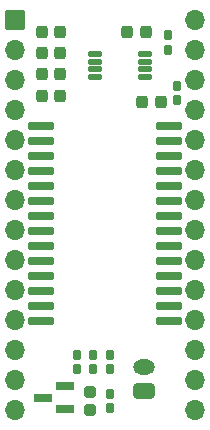
<source format=gbr>
%TF.GenerationSoftware,KiCad,Pcbnew,(6.0.8)*%
%TF.CreationDate,2022-10-29T15:55:06-04:00*%
%TF.ProjectId,HP3457A_NVSRAM_MOD,48503334-3537-4415-9f4e-565352414d5f,rev?*%
%TF.SameCoordinates,Original*%
%TF.FileFunction,Soldermask,Top*%
%TF.FilePolarity,Negative*%
%FSLAX46Y46*%
G04 Gerber Fmt 4.6, Leading zero omitted, Abs format (unit mm)*
G04 Created by KiCad (PCBNEW (6.0.8)) date 2022-10-29 15:55:06*
%MOMM*%
%LPD*%
G01*
G04 APERTURE LIST*
G04 Aperture macros list*
%AMRoundRect*
0 Rectangle with rounded corners*
0 $1 Rounding radius*
0 $2 $3 $4 $5 $6 $7 $8 $9 X,Y pos of 4 corners*
0 Add a 4 corners polygon primitive as box body*
4,1,4,$2,$3,$4,$5,$6,$7,$8,$9,$2,$3,0*
0 Add four circle primitives for the rounded corners*
1,1,$1+$1,$2,$3*
1,1,$1+$1,$4,$5*
1,1,$1+$1,$6,$7*
1,1,$1+$1,$8,$9*
0 Add four rect primitives between the rounded corners*
20,1,$1+$1,$2,$3,$4,$5,0*
20,1,$1+$1,$4,$5,$6,$7,0*
20,1,$1+$1,$6,$7,$8,$9,0*
20,1,$1+$1,$8,$9,$2,$3,0*%
G04 Aperture macros list end*
%ADD10RoundRect,0.200800X-0.887500X-0.150000X0.887500X-0.150000X0.887500X0.150000X-0.887500X0.150000X0*%
%ADD11RoundRect,0.050800X-0.550000X-0.200000X0.550000X-0.200000X0.550000X0.200000X-0.550000X0.200000X0*%
%ADD12RoundRect,0.210800X-0.160000X0.197500X-0.160000X-0.197500X0.160000X-0.197500X0.160000X0.197500X0*%
%ADD13RoundRect,0.210800X0.160000X-0.197500X0.160000X0.197500X-0.160000X0.197500X-0.160000X-0.197500X0*%
%ADD14RoundRect,0.300800X0.625000X-0.350000X0.625000X0.350000X-0.625000X0.350000X-0.625000X-0.350000X0*%
%ADD15O,1.851600X1.301600*%
%ADD16RoundRect,0.275800X0.225000X0.250000X-0.225000X0.250000X-0.225000X-0.250000X0.225000X-0.250000X0*%
%ADD17RoundRect,0.200800X0.587500X0.150000X-0.587500X0.150000X-0.587500X-0.150000X0.587500X-0.150000X0*%
%ADD18RoundRect,0.050800X-0.800000X-0.800000X0.800000X-0.800000X0.800000X0.800000X-0.800000X0.800000X0*%
%ADD19O,1.701600X1.701600*%
%ADD20RoundRect,0.275800X-0.225000X-0.250000X0.225000X-0.250000X0.225000X0.250000X-0.225000X0.250000X0*%
%ADD21RoundRect,0.275800X0.250000X-0.225000X0.250000X0.225000X-0.250000X0.225000X-0.250000X-0.225000X0*%
G04 APERTURE END LIST*
D10*
%TO.C,U3*%
X113967500Y-67437000D03*
X113967500Y-68707000D03*
X113967500Y-69977000D03*
X113967500Y-71247000D03*
X113967500Y-72517000D03*
X113967500Y-73787000D03*
X113967500Y-75057000D03*
X113967500Y-76327000D03*
X113967500Y-77597000D03*
X113967500Y-78867000D03*
X113967500Y-80137000D03*
X113967500Y-81407000D03*
X113967500Y-82677000D03*
X113967500Y-83947000D03*
X124792500Y-83947000D03*
X124792500Y-82677000D03*
X124792500Y-81407000D03*
X124792500Y-80137000D03*
X124792500Y-78867000D03*
X124792500Y-77597000D03*
X124792500Y-76327000D03*
X124792500Y-75057000D03*
X124792500Y-73787000D03*
X124792500Y-72517000D03*
X124792500Y-71247000D03*
X124792500Y-69977000D03*
X124792500Y-68707000D03*
X124792500Y-67437000D03*
%TD*%
D11*
%TO.C,U2*%
X118500000Y-61313022D03*
X118500000Y-61963022D03*
X118500000Y-62613022D03*
X118500000Y-63263022D03*
X122800000Y-63263022D03*
X122800000Y-62613022D03*
X122800000Y-61963022D03*
X122800000Y-61313022D03*
%TD*%
D12*
%TO.C,R1*%
X124714000Y-59752900D03*
X124714000Y-60947900D03*
%TD*%
D13*
%TO.C,R2*%
X119808866Y-91275500D03*
X119808866Y-90080500D03*
%TD*%
D14*
%TO.C,J1*%
X122682000Y-89865200D03*
D15*
X122682000Y-87865200D03*
%TD*%
D16*
%TO.C,C1*%
X122822000Y-59494022D03*
X121272000Y-59494022D03*
%TD*%
D13*
%TO.C,R3*%
X119808866Y-87973500D03*
X119808866Y-86778500D03*
%TD*%
D17*
%TO.C,U1*%
X115999500Y-91374000D03*
X115999500Y-89474000D03*
X114124500Y-90424000D03*
%TD*%
D13*
%TO.C,R4*%
X118364000Y-87973500D03*
X118364000Y-86778500D03*
%TD*%
D18*
%TO.C,U10*%
X111760000Y-58420000D03*
D19*
X111760000Y-60960000D03*
X111760000Y-63500000D03*
X111760000Y-66040000D03*
X111760000Y-68580000D03*
X111760000Y-71120000D03*
X111760000Y-73660000D03*
X111760000Y-76200000D03*
X111760000Y-78740000D03*
X111760000Y-81280000D03*
X111760000Y-83820000D03*
X111760000Y-86360000D03*
X111760000Y-88900000D03*
X111760000Y-91440000D03*
X127000000Y-91440000D03*
X127000000Y-88900000D03*
X127000000Y-86360000D03*
X127000000Y-83820000D03*
X127000000Y-81280000D03*
X127000000Y-78740000D03*
X127000000Y-76200000D03*
X127000000Y-73660000D03*
X127000000Y-71120000D03*
X127000000Y-68580000D03*
X127000000Y-66040000D03*
X127000000Y-63500000D03*
X127000000Y-60960000D03*
X127000000Y-58420000D03*
%TD*%
D20*
%TO.C,C6*%
X114033000Y-62992000D03*
X115583000Y-62992000D03*
%TD*%
%TO.C,C2*%
X114033000Y-64897000D03*
X115583000Y-64897000D03*
%TD*%
%TO.C,C5*%
X114033000Y-61214000D03*
X115583000Y-61214000D03*
%TD*%
D16*
%TO.C,C3*%
X124092000Y-65405000D03*
X122542000Y-65405000D03*
%TD*%
D20*
%TO.C,C7*%
X114033000Y-59436000D03*
X115583000Y-59436000D03*
%TD*%
D13*
%TO.C,R6*%
X116967000Y-87973500D03*
X116967000Y-86778500D03*
%TD*%
D21*
%TO.C,C4*%
X118110000Y-91453000D03*
X118110000Y-89903000D03*
%TD*%
D12*
%TO.C,R5*%
X125476000Y-64045500D03*
X125476000Y-65240500D03*
%TD*%
M02*

</source>
